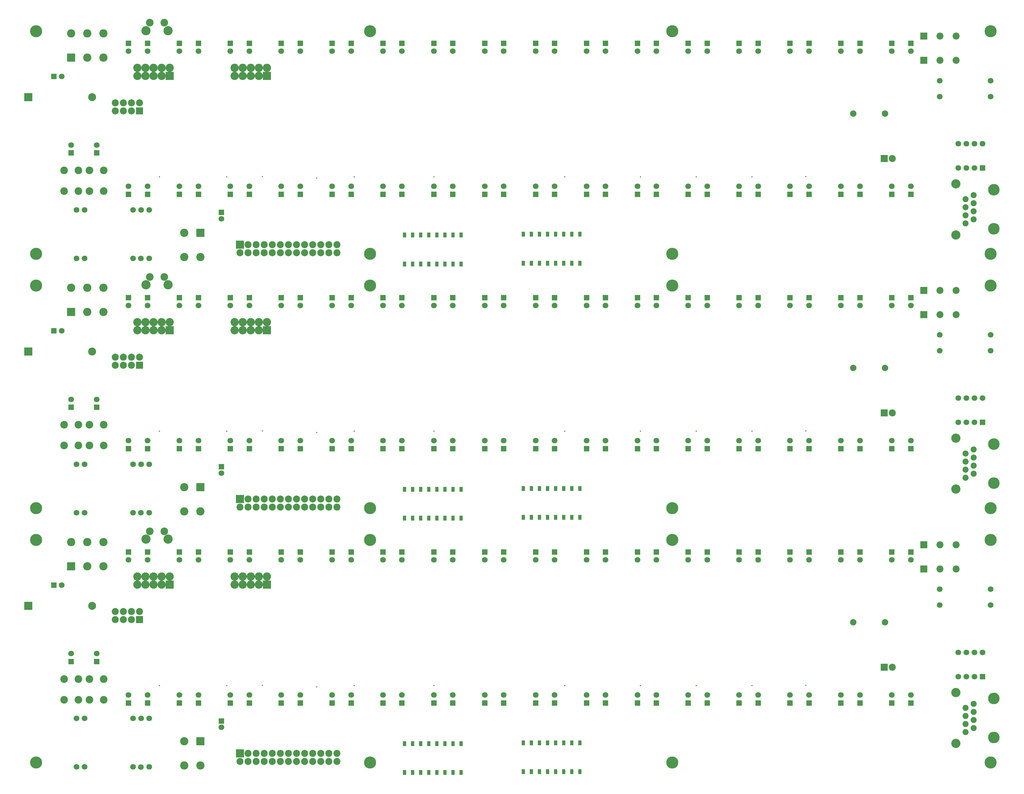
<source format=gbs>
G04 Layer_Color=16711935*
%FSLAX25Y25*%
%MOIN*%
G70*
G01*
G75*
%ADD56R,0.07087X0.07087*%
%ADD57C,0.07087*%
%ADD63C,0.09842*%
%ADD91C,0.09449*%
%ADD92R,0.07087X0.07087*%
%ADD93R,0.08661X0.08661*%
%ADD94C,0.08661*%
%ADD95C,0.10236*%
%ADD96R,0.10236X0.10236*%
%ADD97C,0.14961*%
%ADD98R,0.09842X0.09842*%
%ADD99C,0.11417*%
%ADD100C,0.07874*%
%ADD101C,0.07480*%
%ADD102C,0.14370*%
%ADD103C,0.01575*%
%ADD104C,0.00063*%
%ADD105R,0.04331X0.06299*%
D56*
X468504Y113189D02*
D03*
X594488D02*
D03*
X681102D02*
D03*
X1098425D02*
D03*
X82677Y164370D02*
D03*
X114173D02*
D03*
X468504Y300197D02*
D03*
X594488D02*
D03*
X618110D02*
D03*
X744095D02*
D03*
X303150D02*
D03*
X807087D02*
D03*
X153543Y113189D02*
D03*
X61221Y259055D02*
D03*
X279528Y113189D02*
D03*
X240158D02*
D03*
X216535D02*
D03*
X342520D02*
D03*
X366142D02*
D03*
X303150D02*
D03*
X492126D02*
D03*
X429134D02*
D03*
X618110D02*
D03*
X555118D02*
D03*
X720472D02*
D03*
X744095D02*
D03*
X846457D02*
D03*
X807087D02*
D03*
X972441D02*
D03*
X933071D02*
D03*
X909449D02*
D03*
X1059055D02*
D03*
X1035433D02*
D03*
X153543Y300197D02*
D03*
X216535D02*
D03*
X240158D02*
D03*
X279528D02*
D03*
X342520D02*
D03*
X366142D02*
D03*
X429134D02*
D03*
X492126D02*
D03*
X555118D02*
D03*
X681102D02*
D03*
X720472D02*
D03*
X846457D02*
D03*
X909449D02*
D03*
X933071D02*
D03*
X972441D02*
D03*
X1035433D02*
D03*
X1059055D02*
D03*
X1098425D02*
D03*
X177165D02*
D03*
X783465D02*
D03*
X870079D02*
D03*
X996063D02*
D03*
X1122047D02*
D03*
X177165Y113189D02*
D03*
X405512D02*
D03*
X870079D02*
D03*
X657480D02*
D03*
X783465D02*
D03*
X531496D02*
D03*
X1122047D02*
D03*
X996063D02*
D03*
X405512Y300197D02*
D03*
X531496D02*
D03*
X657480D02*
D03*
X468504Y428150D02*
D03*
X594488D02*
D03*
X681102D02*
D03*
X1098425D02*
D03*
X82677Y479331D02*
D03*
X114173D02*
D03*
X468504Y615158D02*
D03*
X594488D02*
D03*
X618110D02*
D03*
X744095D02*
D03*
X303150D02*
D03*
X807087D02*
D03*
X153543Y428150D02*
D03*
X61221Y574016D02*
D03*
X279528Y428150D02*
D03*
X240158D02*
D03*
X216535D02*
D03*
X342520D02*
D03*
X366142D02*
D03*
X303150D02*
D03*
X492126D02*
D03*
X429134D02*
D03*
X618110D02*
D03*
X555118D02*
D03*
X720472D02*
D03*
X744095D02*
D03*
X846457D02*
D03*
X807087D02*
D03*
X972441D02*
D03*
X933071D02*
D03*
X909449D02*
D03*
X1059055D02*
D03*
X1035433D02*
D03*
X153543Y615158D02*
D03*
X216535D02*
D03*
X240158D02*
D03*
X279528D02*
D03*
X342520D02*
D03*
X366142D02*
D03*
X429134D02*
D03*
X492126D02*
D03*
X555118D02*
D03*
X681102D02*
D03*
X720472D02*
D03*
X846457D02*
D03*
X909449D02*
D03*
X933071D02*
D03*
X972441D02*
D03*
X1035433D02*
D03*
X1059055D02*
D03*
X1098425D02*
D03*
X177165D02*
D03*
X783465D02*
D03*
X870079D02*
D03*
X996063D02*
D03*
X1122047D02*
D03*
X177165Y428150D02*
D03*
X405512D02*
D03*
X870079D02*
D03*
X657480D02*
D03*
X783465D02*
D03*
X531496D02*
D03*
X1122047D02*
D03*
X996063D02*
D03*
X405512Y615158D02*
D03*
X531496D02*
D03*
X657480D02*
D03*
X468504Y743110D02*
D03*
X594488D02*
D03*
X681102D02*
D03*
X1098425D02*
D03*
X82677Y794291D02*
D03*
X114173D02*
D03*
X468504Y930118D02*
D03*
X594488D02*
D03*
X618110D02*
D03*
X744095D02*
D03*
X303150D02*
D03*
X807087D02*
D03*
X153543Y743110D02*
D03*
X61221Y888976D02*
D03*
X279528Y743110D02*
D03*
X240158D02*
D03*
X216535D02*
D03*
X342520D02*
D03*
X366142D02*
D03*
X303150D02*
D03*
X492126D02*
D03*
X429134D02*
D03*
X618110D02*
D03*
X555118D02*
D03*
X720472D02*
D03*
X744095D02*
D03*
X846457D02*
D03*
X807087D02*
D03*
X972441D02*
D03*
X933071D02*
D03*
X909449D02*
D03*
X1059055D02*
D03*
X1035433D02*
D03*
X153543Y930118D02*
D03*
X216535D02*
D03*
X240158D02*
D03*
X279528D02*
D03*
X342520D02*
D03*
X366142D02*
D03*
X429134D02*
D03*
X492126D02*
D03*
X555118D02*
D03*
X681102D02*
D03*
X720472D02*
D03*
X846457D02*
D03*
X909449D02*
D03*
X933071D02*
D03*
X972441D02*
D03*
X1035433D02*
D03*
X1059055D02*
D03*
X1098425D02*
D03*
X177165D02*
D03*
X783465D02*
D03*
X870079D02*
D03*
X996063D02*
D03*
X1122047D02*
D03*
X177165Y743110D02*
D03*
X405512D02*
D03*
X870079D02*
D03*
X657480D02*
D03*
X783465D02*
D03*
X531496D02*
D03*
X1122047D02*
D03*
X996063D02*
D03*
X405512Y930118D02*
D03*
X531496D02*
D03*
X657480D02*
D03*
D57*
X169095Y33858D02*
D03*
X169291Y93898D02*
D03*
X468504Y123031D02*
D03*
X594488D02*
D03*
X681102D02*
D03*
X1098425D02*
D03*
X82677Y174213D02*
D03*
X114173D02*
D03*
X468504Y290354D02*
D03*
X594488D02*
D03*
X618110D02*
D03*
X744095D02*
D03*
X303150D02*
D03*
X807087D02*
D03*
X153543Y123031D02*
D03*
X71063Y259055D02*
D03*
X268701Y82874D02*
D03*
X279528Y123031D02*
D03*
X240158D02*
D03*
X216535D02*
D03*
X342520D02*
D03*
X366142D02*
D03*
X303150D02*
D03*
X492126D02*
D03*
X429134D02*
D03*
X618110D02*
D03*
X555118D02*
D03*
X720472D02*
D03*
X744095D02*
D03*
X846457D02*
D03*
X807087D02*
D03*
X972441D02*
D03*
X933071D02*
D03*
X909449D02*
D03*
X1059055D02*
D03*
X1035433D02*
D03*
X1157480Y253937D02*
D03*
Y234252D02*
D03*
X1220472Y253937D02*
D03*
Y234252D02*
D03*
X153543Y290354D02*
D03*
X216535D02*
D03*
X240158D02*
D03*
X279528D02*
D03*
X342520D02*
D03*
X366142D02*
D03*
X429134D02*
D03*
X492126D02*
D03*
X555118D02*
D03*
X681102D02*
D03*
X720472D02*
D03*
X846457D02*
D03*
X909449D02*
D03*
X933071D02*
D03*
X972441D02*
D03*
X1035433D02*
D03*
X1059055D02*
D03*
X1098425D02*
D03*
X1200630Y145669D02*
D03*
X1190630D02*
D03*
Y175669D02*
D03*
X1200630D02*
D03*
X1180630Y145669D02*
D03*
X1210630Y175669D02*
D03*
X1180630D02*
D03*
X177165Y290354D02*
D03*
X783465D02*
D03*
X870079D02*
D03*
X996063D02*
D03*
X1122047D02*
D03*
X177165Y123031D02*
D03*
X405512D02*
D03*
X870079D02*
D03*
X657480D02*
D03*
X783465D02*
D03*
X531496D02*
D03*
X1122047D02*
D03*
X996063D02*
D03*
X405512Y290354D02*
D03*
X89173Y93898D02*
D03*
X99173D02*
D03*
Y33898D02*
D03*
X89173D02*
D03*
X159173Y93898D02*
D03*
Y33898D02*
D03*
X179173Y93898D02*
D03*
Y33898D02*
D03*
X531496Y290354D02*
D03*
X657480D02*
D03*
X169095Y348819D02*
D03*
X169291Y408858D02*
D03*
X468504Y437992D02*
D03*
X594488D02*
D03*
X681102D02*
D03*
X1098425D02*
D03*
X82677Y489173D02*
D03*
X114173D02*
D03*
X468504Y605315D02*
D03*
X594488D02*
D03*
X618110D02*
D03*
X744095D02*
D03*
X303150D02*
D03*
X807087D02*
D03*
X153543Y437992D02*
D03*
X71063Y574016D02*
D03*
X268701Y397835D02*
D03*
X279528Y437992D02*
D03*
X240158D02*
D03*
X216535D02*
D03*
X342520D02*
D03*
X366142D02*
D03*
X303150D02*
D03*
X492126D02*
D03*
X429134D02*
D03*
X618110D02*
D03*
X555118D02*
D03*
X720472D02*
D03*
X744095D02*
D03*
X846457D02*
D03*
X807087D02*
D03*
X972441D02*
D03*
X933071D02*
D03*
X909449D02*
D03*
X1059055D02*
D03*
X1035433D02*
D03*
X1157480Y568898D02*
D03*
Y549213D02*
D03*
X1220472Y568898D02*
D03*
Y549213D02*
D03*
X153543Y605315D02*
D03*
X216535D02*
D03*
X240158D02*
D03*
X279528D02*
D03*
X342520D02*
D03*
X366142D02*
D03*
X429134D02*
D03*
X492126D02*
D03*
X555118D02*
D03*
X681102D02*
D03*
X720472D02*
D03*
X846457D02*
D03*
X909449D02*
D03*
X933071D02*
D03*
X972441D02*
D03*
X1035433D02*
D03*
X1059055D02*
D03*
X1098425D02*
D03*
X1200630Y460630D02*
D03*
X1190630D02*
D03*
Y490630D02*
D03*
X1200630D02*
D03*
X1180630Y460630D02*
D03*
X1210630Y490630D02*
D03*
X1180630D02*
D03*
X177165Y605315D02*
D03*
X783465D02*
D03*
X870079D02*
D03*
X996063D02*
D03*
X1122047D02*
D03*
X177165Y437992D02*
D03*
X405512D02*
D03*
X870079D02*
D03*
X657480D02*
D03*
X783465D02*
D03*
X531496D02*
D03*
X1122047D02*
D03*
X996063D02*
D03*
X405512Y605315D02*
D03*
X89173Y408858D02*
D03*
X99173D02*
D03*
Y348858D02*
D03*
X89173D02*
D03*
X159173Y408858D02*
D03*
Y348858D02*
D03*
X179173Y408858D02*
D03*
Y348858D02*
D03*
X531496Y605315D02*
D03*
X657480D02*
D03*
X169095Y663779D02*
D03*
X169291Y723819D02*
D03*
X468504Y752953D02*
D03*
X594488D02*
D03*
X681102D02*
D03*
X1098425D02*
D03*
X82677Y804134D02*
D03*
X114173D02*
D03*
X468504Y920276D02*
D03*
X594488D02*
D03*
X618110D02*
D03*
X744095D02*
D03*
X303150D02*
D03*
X807087D02*
D03*
X153543Y752953D02*
D03*
X71063Y888976D02*
D03*
X268701Y712795D02*
D03*
X279528Y752953D02*
D03*
X240158D02*
D03*
X216535D02*
D03*
X342520D02*
D03*
X366142D02*
D03*
X303150D02*
D03*
X492126D02*
D03*
X429134D02*
D03*
X618110D02*
D03*
X555118D02*
D03*
X720472D02*
D03*
X744095D02*
D03*
X846457D02*
D03*
X807087D02*
D03*
X972441D02*
D03*
X933071D02*
D03*
X909449D02*
D03*
X1059055D02*
D03*
X1035433D02*
D03*
X1157480Y883858D02*
D03*
Y864173D02*
D03*
X1220472Y883858D02*
D03*
Y864173D02*
D03*
X153543Y920276D02*
D03*
X216535D02*
D03*
X240158D02*
D03*
X279528D02*
D03*
X342520D02*
D03*
X366142D02*
D03*
X429134D02*
D03*
X492126D02*
D03*
X555118D02*
D03*
X681102D02*
D03*
X720472D02*
D03*
X846457D02*
D03*
X909449D02*
D03*
X933071D02*
D03*
X972441D02*
D03*
X1035433D02*
D03*
X1059055D02*
D03*
X1098425D02*
D03*
X1200630Y775591D02*
D03*
X1190630D02*
D03*
Y805591D02*
D03*
X1200630D02*
D03*
X1180630Y775591D02*
D03*
X1210630Y805591D02*
D03*
X1180630D02*
D03*
X177165Y920276D02*
D03*
X783465D02*
D03*
X870079D02*
D03*
X996063D02*
D03*
X1122047D02*
D03*
X177165Y752953D02*
D03*
X405512D02*
D03*
X870079D02*
D03*
X657480D02*
D03*
X783465D02*
D03*
X531496D02*
D03*
X1122047D02*
D03*
X996063D02*
D03*
X405512Y920276D02*
D03*
X89173Y723819D02*
D03*
X99173D02*
D03*
Y663819D02*
D03*
X89173D02*
D03*
X159173Y723819D02*
D03*
Y663819D02*
D03*
X179173Y723819D02*
D03*
Y663819D02*
D03*
X531496Y920276D02*
D03*
X657480D02*
D03*
D63*
X108465Y233465D02*
D03*
Y548425D02*
D03*
Y863386D02*
D03*
D91*
X123031Y117126D02*
D03*
X105315D02*
D03*
X123031Y142717D02*
D03*
X105315D02*
D03*
X91535Y117126D02*
D03*
X73819D02*
D03*
X91535Y142717D02*
D03*
X73819D02*
D03*
X197835Y325787D02*
D03*
X180118D02*
D03*
X123031Y432087D02*
D03*
X105315D02*
D03*
X123031Y457677D02*
D03*
X105315D02*
D03*
X91535Y432087D02*
D03*
X73819D02*
D03*
X91535Y457677D02*
D03*
X73819D02*
D03*
X197835Y640748D02*
D03*
X180118D02*
D03*
X123031Y747047D02*
D03*
X105315D02*
D03*
X123031Y772638D02*
D03*
X105315D02*
D03*
X91535Y747047D02*
D03*
X73819D02*
D03*
X91535Y772638D02*
D03*
X73819D02*
D03*
X197835Y955709D02*
D03*
X180118D02*
D03*
D92*
X268701Y90748D02*
D03*
X1210630Y145669D02*
D03*
X268701Y405709D02*
D03*
X1210630Y460630D02*
D03*
X268701Y720669D02*
D03*
X1210630Y775591D02*
D03*
D93*
X1089035Y157535D02*
D03*
X167323Y216535D02*
D03*
X1137795Y309055D02*
D03*
Y279055D02*
D03*
X1089035Y472496D02*
D03*
X167323Y531496D02*
D03*
X1137795Y624016D02*
D03*
Y594016D02*
D03*
X1089035Y787457D02*
D03*
X167323Y846457D02*
D03*
X1137795Y938976D02*
D03*
Y908976D02*
D03*
D94*
X1099035Y157535D02*
D03*
X157323Y226535D02*
D03*
X147323D02*
D03*
X157323Y216535D02*
D03*
X147323D02*
D03*
X167323Y226535D02*
D03*
X137323D02*
D03*
Y216535D02*
D03*
X291748Y40728D02*
D03*
X301748D02*
D03*
Y50728D02*
D03*
X321748Y40728D02*
D03*
X331748D02*
D03*
X321748Y50728D02*
D03*
X331748D02*
D03*
X351748Y40728D02*
D03*
X361748D02*
D03*
X351748Y50728D02*
D03*
X361748D02*
D03*
X381748Y40728D02*
D03*
X391748D02*
D03*
X381748Y50728D02*
D03*
X391748D02*
D03*
X411748Y40728D02*
D03*
Y50728D02*
D03*
X311748Y40728D02*
D03*
X341748D02*
D03*
X371748D02*
D03*
X401748D02*
D03*
X311748Y50728D02*
D03*
X341748D02*
D03*
X371748D02*
D03*
X401748D02*
D03*
X1157795Y309055D02*
D03*
Y279055D02*
D03*
X1177795Y309055D02*
D03*
Y279055D02*
D03*
X1099035Y472496D02*
D03*
X157323Y541496D02*
D03*
X147323D02*
D03*
X157323Y531496D02*
D03*
X147323D02*
D03*
X167323Y541496D02*
D03*
X137323D02*
D03*
Y531496D02*
D03*
X291748Y355689D02*
D03*
X301748D02*
D03*
Y365689D02*
D03*
X321748Y355689D02*
D03*
X331748D02*
D03*
X321748Y365689D02*
D03*
X331748D02*
D03*
X351748Y355689D02*
D03*
X361748D02*
D03*
X351748Y365689D02*
D03*
X361748D02*
D03*
X381748Y355689D02*
D03*
X391748D02*
D03*
X381748Y365689D02*
D03*
X391748D02*
D03*
X411748Y355689D02*
D03*
Y365689D02*
D03*
X311748Y355689D02*
D03*
X341748D02*
D03*
X371748D02*
D03*
X401748D02*
D03*
X311748Y365689D02*
D03*
X341748D02*
D03*
X371748D02*
D03*
X401748D02*
D03*
X1157795Y624016D02*
D03*
Y594016D02*
D03*
X1177795Y624016D02*
D03*
Y594016D02*
D03*
X1099035Y787457D02*
D03*
X157323Y856457D02*
D03*
X147323D02*
D03*
X157323Y846457D02*
D03*
X147323D02*
D03*
X167323Y856457D02*
D03*
X137323D02*
D03*
Y846457D02*
D03*
X291748Y670650D02*
D03*
X301748D02*
D03*
Y680650D02*
D03*
X321748Y670650D02*
D03*
X331748D02*
D03*
X321748Y680650D02*
D03*
X331748D02*
D03*
X351748Y670650D02*
D03*
X361748D02*
D03*
X351748Y680650D02*
D03*
X361748D02*
D03*
X381748Y670650D02*
D03*
X391748D02*
D03*
X381748Y680650D02*
D03*
X391748D02*
D03*
X411748Y670650D02*
D03*
Y680650D02*
D03*
X311748Y670650D02*
D03*
X341748D02*
D03*
X371748D02*
D03*
X401748D02*
D03*
X311748Y680650D02*
D03*
X341748D02*
D03*
X371748D02*
D03*
X401748D02*
D03*
X1157795Y938976D02*
D03*
Y908976D02*
D03*
X1177795Y938976D02*
D03*
Y908976D02*
D03*
D95*
X82480Y312480D02*
D03*
X102480D02*
D03*
Y282480D02*
D03*
X122480Y312480D02*
D03*
Y282480D02*
D03*
X242717Y35551D02*
D03*
X222716D02*
D03*
Y65551D02*
D03*
X314803Y269843D02*
D03*
X304803D02*
D03*
X284803D02*
D03*
X314803Y259842D02*
D03*
X304803D02*
D03*
X284803D02*
D03*
X324803Y269843D02*
D03*
X294803D02*
D03*
Y259842D02*
D03*
X194724Y269843D02*
D03*
X184724D02*
D03*
X164724D02*
D03*
X194724Y259842D02*
D03*
X184724D02*
D03*
X164724D02*
D03*
X204724Y269843D02*
D03*
X174724D02*
D03*
Y259842D02*
D03*
X82480Y627441D02*
D03*
X102480D02*
D03*
Y597441D02*
D03*
X122480Y627441D02*
D03*
Y597441D02*
D03*
X242717Y350512D02*
D03*
X222716D02*
D03*
Y380512D02*
D03*
X314803Y584803D02*
D03*
X304803D02*
D03*
X284803D02*
D03*
X314803Y574803D02*
D03*
X304803D02*
D03*
X284803D02*
D03*
X324803Y584803D02*
D03*
X294803D02*
D03*
Y574803D02*
D03*
X194724Y584803D02*
D03*
X184724D02*
D03*
X164724D02*
D03*
X194724Y574803D02*
D03*
X184724D02*
D03*
X164724D02*
D03*
X204724Y584803D02*
D03*
X174724D02*
D03*
Y574803D02*
D03*
X82480Y942402D02*
D03*
X102480D02*
D03*
Y912402D02*
D03*
X122480Y942402D02*
D03*
Y912402D02*
D03*
X242717Y665472D02*
D03*
X222716D02*
D03*
Y695472D02*
D03*
X314803Y899764D02*
D03*
X304803D02*
D03*
X284803D02*
D03*
X314803Y889764D02*
D03*
X304803D02*
D03*
X284803D02*
D03*
X324803Y899764D02*
D03*
X294803D02*
D03*
Y889764D02*
D03*
X194724Y899764D02*
D03*
X184724D02*
D03*
X164724D02*
D03*
X194724Y889764D02*
D03*
X184724D02*
D03*
X164724D02*
D03*
X204724Y899764D02*
D03*
X174724D02*
D03*
Y889764D02*
D03*
D96*
X82480Y282480D02*
D03*
X242717Y65551D02*
D03*
X324803Y259842D02*
D03*
X204724D02*
D03*
X291748Y50728D02*
D03*
X82480Y597441D02*
D03*
X242717Y380512D02*
D03*
X324803Y574803D02*
D03*
X204724D02*
D03*
X291748Y365689D02*
D03*
X82480Y912402D02*
D03*
X242717Y695472D02*
D03*
X324803Y889764D02*
D03*
X204724D02*
D03*
X291748Y680650D02*
D03*
D97*
X452756Y314961D02*
D03*
Y39370D02*
D03*
X826772Y314961D02*
D03*
Y39370D02*
D03*
X1220472D02*
D03*
Y314961D02*
D03*
X39370Y39370D02*
D03*
Y314961D02*
D03*
X452756Y629921D02*
D03*
Y354331D02*
D03*
X826772Y629921D02*
D03*
Y354331D02*
D03*
X1220472D02*
D03*
Y629921D02*
D03*
X39370Y354331D02*
D03*
Y629921D02*
D03*
X452756Y944882D02*
D03*
Y669291D02*
D03*
X826772Y944882D02*
D03*
Y669291D02*
D03*
X1220472D02*
D03*
Y944882D02*
D03*
X39370Y669291D02*
D03*
Y944882D02*
D03*
D98*
X29724Y233465D02*
D03*
Y548425D02*
D03*
Y863386D02*
D03*
D99*
X175197Y315945D02*
D03*
X202756D02*
D03*
X1177685Y126130D02*
D03*
Y62941D02*
D03*
X175197Y630905D02*
D03*
X202756D02*
D03*
X1177685Y441090D02*
D03*
Y377902D02*
D03*
X175197Y945866D02*
D03*
X202756D02*
D03*
X1177685Y756051D02*
D03*
Y692862D02*
D03*
D100*
X1089905Y213035D02*
D03*
X1050535D02*
D03*
X1089905Y527996D02*
D03*
X1050535D02*
D03*
X1089905Y842957D02*
D03*
X1050535D02*
D03*
D101*
X1199535Y82035D02*
D03*
Y102035D02*
D03*
Y112035D02*
D03*
Y92035D02*
D03*
X1189535Y77035D02*
D03*
Y97035D02*
D03*
Y107035D02*
D03*
Y87035D02*
D03*
X1199535Y396996D02*
D03*
Y416996D02*
D03*
Y426996D02*
D03*
Y406996D02*
D03*
X1189535Y391996D02*
D03*
Y411996D02*
D03*
Y421996D02*
D03*
Y401996D02*
D03*
X1199535Y711957D02*
D03*
Y731957D02*
D03*
Y741957D02*
D03*
Y721957D02*
D03*
X1189535Y706957D02*
D03*
Y726957D02*
D03*
Y736957D02*
D03*
Y716957D02*
D03*
D102*
X1224535Y118748D02*
D03*
Y70323D02*
D03*
Y433709D02*
D03*
Y385283D02*
D03*
Y748669D02*
D03*
Y700244D02*
D03*
D103*
X191929Y134843D02*
D03*
X531496D02*
D03*
X856299D02*
D03*
X925197D02*
D03*
X275394D02*
D03*
X693748Y134728D02*
D03*
X787402Y134843D02*
D03*
X319291Y135039D02*
D03*
X386614Y133071D02*
D03*
X433071Y134646D02*
D03*
X992126Y135039D02*
D03*
X191929Y449803D02*
D03*
X531496D02*
D03*
X856299D02*
D03*
X925197D02*
D03*
X275394D02*
D03*
X693748Y449689D02*
D03*
X787402Y449803D02*
D03*
X319291Y450000D02*
D03*
X386614Y448032D02*
D03*
X433071Y449606D02*
D03*
X992126Y450000D02*
D03*
X191929Y764764D02*
D03*
X531496D02*
D03*
X856299D02*
D03*
X925197D02*
D03*
X275394D02*
D03*
X693748Y764650D02*
D03*
X787402Y764764D02*
D03*
X319291Y764961D02*
D03*
X386614Y762992D02*
D03*
X433071Y764567D02*
D03*
X992126Y764961D02*
D03*
D104*
X1082535Y108535D02*
D03*
X1090035Y116035D02*
D03*
X1127535Y241535D02*
D03*
X1161035Y87035D02*
D03*
X1150535Y90535D02*
D03*
X1093035Y188035D02*
D03*
X1141035Y158535D02*
D03*
X1083535Y143535D02*
D03*
X1174535Y77535D02*
D03*
X1148035Y166535D02*
D03*
X1115354Y150787D02*
D03*
X1218504Y108268D02*
D03*
X1082535Y423496D02*
D03*
X1090035Y430996D02*
D03*
X1127535Y556496D02*
D03*
X1161035Y401996D02*
D03*
X1150535Y405496D02*
D03*
X1093035Y502996D02*
D03*
X1141035Y473496D02*
D03*
X1083535Y458496D02*
D03*
X1174535Y392496D02*
D03*
X1148035Y481496D02*
D03*
X1115354Y465748D02*
D03*
X1218504Y423228D02*
D03*
X1082535Y738457D02*
D03*
X1090035Y745957D02*
D03*
X1127535Y871457D02*
D03*
X1161035Y716957D02*
D03*
X1150535Y720457D02*
D03*
X1093035Y817957D02*
D03*
X1141035Y788457D02*
D03*
X1083535Y773457D02*
D03*
X1174535Y707457D02*
D03*
X1148035Y796457D02*
D03*
X1115354Y780709D02*
D03*
X1218504Y738189D02*
D03*
D105*
X642248Y27941D02*
D03*
X652248D02*
D03*
X662248D02*
D03*
X672248D02*
D03*
X682248D02*
D03*
X692248D02*
D03*
X702248D02*
D03*
X712248D02*
D03*
X642248Y63728D02*
D03*
X652248D02*
D03*
X662248D02*
D03*
X672248D02*
D03*
X682248D02*
D03*
X692248D02*
D03*
X702248D02*
D03*
X712248D02*
D03*
X495248Y26941D02*
D03*
X505248D02*
D03*
X515248D02*
D03*
X525248D02*
D03*
X535248D02*
D03*
X545248D02*
D03*
X555248D02*
D03*
X565248D02*
D03*
X495248Y62728D02*
D03*
X505248D02*
D03*
X515248D02*
D03*
X525248D02*
D03*
X535248D02*
D03*
X545248D02*
D03*
X555248D02*
D03*
X565248D02*
D03*
X642248Y342902D02*
D03*
X652248D02*
D03*
X662248D02*
D03*
X672248D02*
D03*
X682248D02*
D03*
X692248D02*
D03*
X702248D02*
D03*
X712248D02*
D03*
X642248Y378689D02*
D03*
X652248D02*
D03*
X662248D02*
D03*
X672248D02*
D03*
X682248D02*
D03*
X692248D02*
D03*
X702248D02*
D03*
X712248D02*
D03*
X495248Y341902D02*
D03*
X505248D02*
D03*
X515248D02*
D03*
X525248D02*
D03*
X535248D02*
D03*
X545248D02*
D03*
X555248D02*
D03*
X565248D02*
D03*
X495248Y377689D02*
D03*
X505248D02*
D03*
X515248D02*
D03*
X525248D02*
D03*
X535248D02*
D03*
X545248D02*
D03*
X555248D02*
D03*
X565248D02*
D03*
X642248Y657862D02*
D03*
X652248D02*
D03*
X662248D02*
D03*
X672248D02*
D03*
X682248D02*
D03*
X692248D02*
D03*
X702248D02*
D03*
X712248D02*
D03*
X642248Y693650D02*
D03*
X652248D02*
D03*
X662248D02*
D03*
X672248D02*
D03*
X682248D02*
D03*
X692248D02*
D03*
X702248D02*
D03*
X712248D02*
D03*
X495248Y656862D02*
D03*
X505248D02*
D03*
X515248D02*
D03*
X525248D02*
D03*
X535248D02*
D03*
X545248D02*
D03*
X555248D02*
D03*
X565248D02*
D03*
X495248Y692650D02*
D03*
X505248D02*
D03*
X515248D02*
D03*
X525248D02*
D03*
X535248D02*
D03*
X545248D02*
D03*
X555248D02*
D03*
X565248D02*
D03*
M02*

</source>
